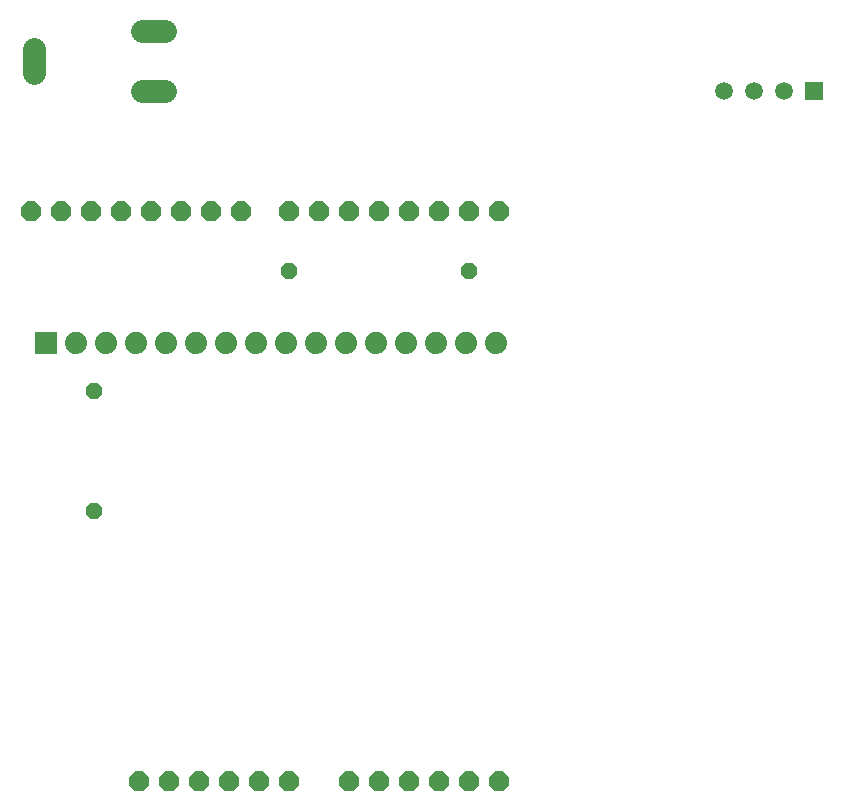
<source format=gbr>
G04 EAGLE Gerber RS-274X export*
G75*
%MOMM*%
%FSLAX34Y34*%
%LPD*%
%INTop Copper*%
%IPPOS*%
%AMOC8*
5,1,8,0,0,1.08239X$1,22.5*%
G01*
%ADD10R,1.879600X1.879600*%
%ADD11C,1.879600*%
%ADD12P,1.539592X8X202.500000*%
%ADD13C,1.981200*%
%ADD14P,1.814519X8X22.500000*%
%ADD15R,1.508000X1.508000*%
%ADD16C,1.508000*%
%ADD17P,1.429621X8X292.500000*%


D10*
X149900Y409000D03*
D11*
X175300Y409000D03*
X200700Y409000D03*
X226100Y409000D03*
X251500Y409000D03*
X276900Y409000D03*
X302300Y409000D03*
X327700Y409000D03*
X353100Y409000D03*
X378500Y409000D03*
X403900Y409000D03*
X429300Y409000D03*
X454700Y409000D03*
X480100Y409000D03*
X505500Y409000D03*
X530900Y409000D03*
D12*
X508000Y469900D03*
X355600Y469900D03*
D13*
X139700Y637794D02*
X139700Y657606D01*
X231394Y622300D02*
X251206Y622300D01*
X251206Y673100D02*
X231394Y673100D01*
D14*
X431800Y520700D03*
X406400Y38100D03*
X457200Y520700D03*
X482600Y520700D03*
X508000Y520700D03*
X533400Y520700D03*
X406400Y520700D03*
X381000Y520700D03*
X355600Y520700D03*
X314960Y520700D03*
X289560Y520700D03*
X264160Y520700D03*
X238760Y520700D03*
X213360Y520700D03*
X187960Y520700D03*
X162560Y520700D03*
X137160Y520700D03*
X431800Y38100D03*
X457200Y38100D03*
X482600Y38100D03*
X508000Y38100D03*
X533400Y38100D03*
X355600Y38100D03*
X330200Y38100D03*
X304800Y38100D03*
X279400Y38100D03*
X254000Y38100D03*
X228600Y38100D03*
D15*
X800100Y622300D03*
D16*
X774700Y622300D03*
X749300Y622300D03*
X723900Y622300D03*
D17*
X190500Y368300D03*
X190500Y266700D03*
M02*

</source>
